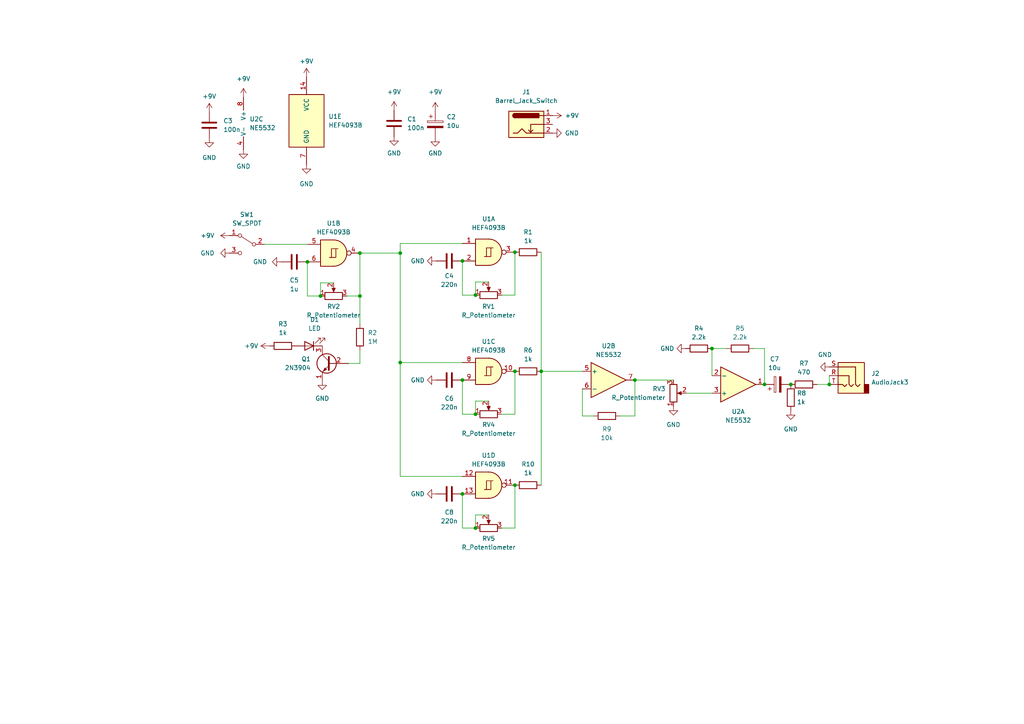
<source format=kicad_sch>
(kicad_sch (version 20211123) (generator eeschema)
  (paper "A4")
  (lib_symbols
    (symbol "4xxx:HEF4093B" (pin_names (offset 1.016))
      (property "Reference" "U" (at 0 1.27 0))
      (property "Value" "HEF4093B" (at 0 -1.27 0))
      (symbol "HEF4093B_1_0"
        (polyline (pts (xy -0.635 -1.27) (xy -0.635 1.27) (xy 0.635 1.27)))
        (polyline (pts (xy -0.635 -1.27) (xy -0.635 1.27) (xy 0.635 1.27)))
        (polyline (pts (xy -1.27 -1.27) (xy 0.635 -1.27) (xy 0.635 1.27) (xy 1.27 1.27)))
        (polyline (pts (xy -1.27 -1.27) (xy 0.635 -1.27) (xy 0.635 1.27) (xy 1.27 1.27)))
      )
      (symbol "HEF4093B_1_1"
        (arc (start 0 -3.81) (mid 3.81 0) (end 0 3.81) (stroke (width 0.254)) (fill (type background)))
        (polyline (pts (xy 0 3.81) (xy -3.81 3.81) (xy -3.81 -3.81) (xy 0 -3.81)) (stroke (width 0.254)) (fill (type background)))
        (pin input line (at -7.62 2.54 0) (length 3.81) (name "~") (number "1"))
        (pin input line (at -7.62 -2.54 0) (length 3.81) (name "~") (number "2"))
        (pin output inverted (at 7.62 0 180) (length 3.81) (name "~") (number "3"))
      )
      (symbol "HEF4093B_1_2"
        (arc (start -3.81 -3.81) (mid -2.589 0) (end -3.81 3.81) (stroke (width 0.254)))
        (arc (start -0.6096 -3.81) (mid 2.1855 -2.584) (end 3.81 0) (stroke (width 0.254)) (fill (type background)))
        (polyline (pts (xy -3.81 -3.81) (xy -0.635 -3.81)) (stroke (width 0.254)) (fill (type background)))
        (polyline (pts (xy -3.81 3.81) (xy -0.635 3.81)) (stroke (width 0.254)) (fill (type background)))
        (polyline (pts (xy -0.635 3.81) (xy -3.81 3.81) (xy -3.81 3.81) (xy -3.556 3.4036) (xy -3.0226 2.2606) (xy -2.6924 1.0414) (xy -2.6162 -0.254) (xy -2.7686 -1.4986) (xy -3.175 -2.7178) (xy -3.81 -3.81) (xy -3.81 -3.81) (xy -0.635 -3.81)) (stroke (width -25.4)) (fill (type background)))
        (arc (start 3.81 0) (mid 2.1928 2.5925) (end -0.6096 3.81) (stroke (width 0.254)) (fill (type background)))
        (pin input inverted (at -7.62 2.54 0) (length 4.318) (name "~") (number "1"))
        (pin input inverted (at -7.62 -2.54 0) (length 4.318) (name "~") (number "2"))
        (pin output line (at 7.62 0 180) (length 3.81) (name "~") (number "3"))
      )
      (symbol "HEF4093B_2_0"
        (polyline (pts (xy -0.635 -1.27) (xy -0.635 1.27) (xy 0.635 1.27)))
        (polyline (pts (xy -0.635 -1.27) (xy -0.635 1.27) (xy 0.635 1.27)))
        (polyline (pts (xy -1.27 -1.27) (xy 0.635 -1.27) (xy 0.635 1.27) (xy 1.27 1.27)))
        (polyline (pts (xy -1.27 -1.27) (xy 0.635 -1.27) (xy 0.635 1.27) (xy 1.27 1.27)))
      )
      (symbol "HEF4093B_2_1"
        (arc (start 0 -3.81) (mid 3.81 0) (end 0 3.81) (stroke (width 0.254)) (fill (type background)))
        (polyline (pts (xy 0 3.81) (xy -3.81 3.81) (xy -3.81 -3.81) (xy 0 -3.81)) (stroke (width 0.254)) (fill (type background)))
        (pin output inverted (at 7.62 0 180) (length 3.81) (name "~") (number "4"))
        (pin input line (at -7.62 2.54 0) (length 3.81) (name "~") (number "5"))
        (pin input line (at -7.62 -2.54 0) (length 3.81) (name "~") (number "6"))
      )
      (symbol "HEF4093B_2_2"
        (arc (start -3.81 -3.81) (mid -2.589 0) (end -3.81 3.81) (stroke (width 0.254)))
        (arc (start -0.6096 -3.81) (mid 2.1855 -2.584) (end 3.81 0) (stroke (width 0.254)) (fill (type background)))
        (polyline (pts (xy -3.81 -3.81) (xy -0.635 -3.81)) (stroke (width 0.254)) (fill (type background)))
        (polyline (pts (xy -3.81 3.81) (xy -0.635 3.81)) (stroke (width 0.254)) (fill (type background)))
        (polyline (pts (xy -0.635 3.81) (xy -3.81 3.81) (xy -3.81 3.81) (xy -3.556 3.4036) (xy -3.0226 2.2606) (xy -2.6924 1.0414) (xy -2.6162 -0.254) (xy -2.7686 -1.4986) (xy -3.175 -2.7178) (xy -3.81 -3.81) (xy -3.81 -3.81) (xy -0.635 -3.81)) (stroke (width -25.4)) (fill (type background)))
        (arc (start 3.81 0) (mid 2.1928 2.5925) (end -0.6096 3.81) (stroke (width 0.254)) (fill (type background)))
        (pin output line (at 7.62 0 180) (length 3.81) (name "~") (number "4"))
        (pin input inverted (at -7.62 2.54 0) (length 4.318) (name "~") (number "5"))
        (pin input inverted (at -7.62 -2.54 0) (length 4.318) (name "~") (number "6"))
      )
      (symbol "HEF4093B_3_0"
        (polyline (pts (xy -0.635 -1.27) (xy -0.635 1.27) (xy 0.635 1.27)))
        (polyline (pts (xy -0.635 -1.27) (xy -0.635 1.27) (xy 0.635 1.27)))
        (polyline (pts (xy -1.27 -1.27) (xy 0.635 -1.27) (xy 0.635 1.27) (xy 1.27 1.27)))
        (polyline (pts (xy -1.27 -1.27) (xy 0.635 -1.27) (xy 0.635 1.27) (xy 1.27 1.27)))
      )
      (symbol "HEF4093B_3_1"
        (arc (start 0 -3.81) (mid 3.81 0) (end 0 3.81) (stroke (width 0.254)) (fill (type background)))
        (polyline (pts (xy 0 3.81) (xy -3.81 3.81) (xy -3.81 -3.81) (xy 0 -3.81)) (stroke (width 0.254)) (fill (type background)))
        (pin output inverted (at 7.62 0 180) (length 3.81) (name "~") (number "10"))
        (pin input line (at -7.62 2.54 0) (length 3.81) (name "~") (number "8"))
        (pin input line (at -7.62 -2.54 0) (length 3.81) (name "~") (number "9"))
      )
      (symbol "HEF4093B_3_2"
        (arc (start -3.81 -3.81) (mid -2.589 0) (end -3.81 3.81) (stroke (width 0.254)))
        (arc (start -0.6096 -3.81) (mid 2.1855 -2.584) (end 3.81 0) (stroke (width 0.254)) (fill (type background)))
        (polyline (pts (xy -3.81 -3.81) (xy -0.635 -3.81)) (stroke (width 0.254)) (fill (type background)))
        (polyline (pts (xy -3.81 3.81) (xy -0.635 3.81)) (stroke (width 0.254)) (fill (type background)))
        (polyline (pts (xy -0.635 3.81) (xy -3.81 3.81) (xy -3.81 3.81) (xy -3.556 3.4036) (xy -3.0226 2.2606) (xy -2.6924 1.0414) (xy -2.6162 -0.254) (xy -2.7686 -1.4986) (xy -3.175 -2.7178) (xy -3.81 -3.81) (xy -3.81 -3.81) (xy -0.635 -3.81)) (stroke (width -25.4)) (fill (type background)))
        (arc (start 3.81 0) (mid 2.1928 2.5925) (end -0.6096 3.81) (stroke (width 0.254)) (fill (type background)))
        (pin output line (at 7.62 0 180) (length 3.81) (name "~") (number "10"))
        (pin input inverted (at -7.62 2.54 0) (length 4.318) (name "~") (number "8"))
        (pin input inverted (at -7.62 -2.54 0) (length 4.318) (name "~") (number "9"))
      )
      (symbol "HEF4093B_4_0"
        (polyline (pts (xy -0.635 -1.27) (xy -0.635 1.27) (xy 0.635 1.27)))
        (polyline (pts (xy -0.635 -1.27) (xy -0.635 1.27) (xy 0.635 1.27)))
        (polyline (pts (xy -1.27 -1.27) (xy 0.635 -1.27) (xy 0.635 1.27) (xy 1.27 1.27)))
        (polyline (pts (xy -1.27 -1.27) (xy 0.635 -1.27) (xy 0.635 1.27) (xy 1.27 1.27)))
      )
      (symbol "HEF4093B_4_1"
        (arc (start 0 -3.81) (mid 3.81 0) (end 0 3.81) (stroke (width 0.254)) (fill (type background)))
        (polyline (pts (xy 0 3.81) (xy -3.81 3.81) (xy -3.81 -3.81) (xy 0 -3.81)) (stroke (width 0.254)) (fill (type background)))
        (pin output inverted (at 7.62 0 180) (length 3.81) (name "~") (number "11"))
        (pin input line (at -7.62 2.54 0) (length 3.81) (name "~") (number "12"))
        (pin input line (at -7.62 -2.54 0) (length 3.81) (name "~") (number "13"))
      )
      (symbol "HEF4093B_4_2"
        (arc (start -3.81 -3.81) (mid -2.589 0) (end -3.81 3.81) (stroke (width 0.254)))
        (arc (start -0.6096 -3.81) (mid 2.1855 -2.584) (end 3.81 0) (stroke (width 0.254)) (fill (type background)))
        (polyline (pts (xy -3.81 -3.81) (xy -0.635 -3.81)) (stroke (width 0.254)) (fill (type background)))
        (polyline (pts (xy -3.81 3.81) (xy -0.635 3.81)) (stroke (width 0.254)) (fill (type background)))
        (polyline (pts (xy -0.635 3.81) (xy -3.81 3.81) (xy -3.81 3.81) (xy -3.556 3.4036) (xy -3.0226 2.2606) (xy -2.6924 1.0414) (xy -2.6162 -0.254) (xy -2.7686 -1.4986) (xy -3.175 -2.7178) (xy -3.81 -3.81) (xy -3.81 -3.81) (xy -0.635 -3.81)) (stroke (width -25.4)) (fill (type background)))
        (arc (start 3.81 0) (mid 2.1928 2.5925) (end -0.6096 3.81) (stroke (width 0.254)) (fill (type background)))
        (pin output line (at 7.62 0 180) (length 3.81) (name "~") (number "11"))
        (pin input inverted (at -7.62 2.54 0) (length 4.318) (name "~") (number "12"))
        (pin input inverted (at -7.62 -2.54 0) (length 4.318) (name "~") (number "13"))
      )
      (symbol "HEF4093B_5_0"
        (pin power_in line (at 0 12.7 270) (length 5.08) (name "VCC") (number "14"))
        (pin power_in line (at 0 -12.7 90) (length 5.08) (name "GND") (number "7"))
      )
      (symbol "HEF4093B_5_1"
        (rectangle (start -5.08 7.62) (end 5.08 -7.62) (stroke (width 0.254)) (fill (type background)))
      )
    )
    (symbol "Amplifier_Operational:NE5532" (pin_names (offset 0.127))
      (property "Reference" "U" (at 0 5.08 0))
      (property "Value" "NE5532" (at 0 -5.08 0))
      (symbol "NE5532_1_1"
        (polyline (pts (xy -5.08 5.08) (xy 5.08 0) (xy -5.08 -5.08) (xy -5.08 5.08)) (stroke (width 0.254)) (fill (type background)))
        (pin output line (at 7.62 0 180) (length 2.54) (name "~") (number "1"))
        (pin input line (at -7.62 -2.54 0) (length 2.54) (name "-") (number "2"))
        (pin input line (at -7.62 2.54 0) (length 2.54) (name "+") (number "3"))
      )
      (symbol "NE5532_2_1"
        (polyline (pts (xy -5.08 5.08) (xy 5.08 0) (xy -5.08 -5.08) (xy -5.08 5.08)) (stroke (width 0.254)) (fill (type background)))
        (pin input line (at -7.62 2.54 0) (length 2.54) (name "+") (number "5"))
        (pin input line (at -7.62 -2.54 0) (length 2.54) (name "-") (number "6"))
        (pin output line (at 7.62 0 180) (length 2.54) (name "~") (number "7"))
      )
      (symbol "NE5532_3_1"
        (pin power_in line (at -2.54 -7.62 90) (length 3.81) (name "V-") (number "4"))
        (pin power_in line (at -2.54 7.62 270) (length 3.81) (name "V+") (number "8"))
      )
    )
    (symbol "Connector:AudioJack3"
      (property "Reference" "J" (at 0 8.89 0))
      (property "Value" "AudioJack3" (at 0 6.35 0))
      (symbol "AudioJack3_0_1"
        (rectangle (start -5.08 -5.08) (end -6.35 -2.54) (stroke (width 0.254)) (fill (type outline)))
        (polyline (pts (xy 0 -2.54) (xy 0.635 -3.175) (xy 1.27 -2.54) (xy 2.54 -2.54)) (stroke (width 0.254)))
        (polyline (pts (xy -1.905 -2.54) (xy -1.27 -3.175) (xy -0.635 -2.54) (xy -0.635 0) (xy 2.54 0)) (stroke (width 0.254)))
        (polyline (pts (xy 2.54 2.54) (xy -2.54 2.54) (xy -2.54 -2.54) (xy -3.175 -3.175) (xy -3.81 -2.54)) (stroke (width 0.254)))
        (rectangle (start 2.54 3.81) (end -5.08 -5.08) (stroke (width 0.254)) (fill (type background)))
      )
      (symbol "AudioJack3_1_1"
        (pin passive line (at 5.08 0 180) (length 2.54) (name "~") (number "R"))
        (pin passive line (at 5.08 2.54 180) (length 2.54) (name "~") (number "S"))
        (pin passive line (at 5.08 -2.54 180) (length 2.54) (name "~") (number "T"))
      )
    )
    (symbol "Connector:Barrel_Jack_Switch" (pin_names hide)
      (property "Reference" "J" (at 0 5.334 0))
      (property "Value" "Barrel_Jack_Switch" (at 0 -5.08 0))
      (symbol "Barrel_Jack_Switch_0_1"
        (rectangle (start -5.08 3.81) (end 5.08 -3.81) (stroke (width 0.254)) (fill (type background)))
        (arc (start -3.302 3.175) (mid -3.937 2.54) (end -3.302 1.905) (stroke (width 0.254)))
        (arc (start -3.302 3.175) (mid -3.937 2.54) (end -3.302 1.905) (stroke (width 0.254)) (fill (type outline)))
        (polyline (pts (xy 1.27 -2.286) (xy 1.905 -1.651)) (stroke (width 0.254)))
        (polyline (pts (xy 5.08 2.54) (xy 3.81 2.54)) (stroke (width 0.254)))
        (polyline (pts (xy 5.08 0) (xy 1.27 0) (xy 1.27 -2.286) (xy 0.635 -1.651)) (stroke (width 0.254)))
        (polyline (pts (xy -3.81 -2.54) (xy -2.54 -2.54) (xy -1.27 -1.27) (xy 0 -2.54) (xy 2.54 -2.54) (xy 5.08 -2.54)) (stroke (width 0.254)))
        (rectangle (start 3.683 3.175) (end -3.302 1.905) (stroke (width 0.254)) (fill (type outline)))
      )
      (symbol "Barrel_Jack_Switch_1_1"
        (pin passive line (at 7.62 2.54 180) (length 2.54) (name "~") (number "1"))
        (pin passive line (at 7.62 -2.54 180) (length 2.54) (name "~") (number "2"))
        (pin passive line (at 7.62 0 180) (length 2.54) (name "~") (number "3"))
      )
    )
    (symbol "Device:C" (pin_numbers hide) (pin_names (offset 0.254))
      (property "Reference" "C" (at 0.635 2.54 0))
      (property "Value" "C" (at 0.635 -2.54 0))
      (symbol "C_0_1"
        (polyline (pts (xy -2.032 -0.762) (xy 2.032 -0.762)) (stroke (width 0.508)))
        (polyline (pts (xy -2.032 0.762) (xy 2.032 0.762)) (stroke (width 0.508)))
      )
      (symbol "C_1_1"
        (pin passive line (at 0 3.81 270) (length 2.794) (name "~") (number "1"))
        (pin passive line (at 0 -3.81 90) (length 2.794) (name "~") (number "2"))
      )
    )
    (symbol "Device:C_Polarized" (pin_numbers hide) (pin_names (offset 0.254))
      (property "Reference" "C" (at 0.635 2.54 0))
      (property "Value" "C_Polarized" (at 0.635 -2.54 0))
      (symbol "C_Polarized_0_1"
        (rectangle (start -2.286 0.508) (end 2.286 1.016))
        (polyline (pts (xy -1.778 2.286) (xy -0.762 2.286)))
        (polyline (pts (xy -1.27 2.794) (xy -1.27 1.778)))
        (rectangle (start 2.286 -0.508) (end -2.286 -1.016) (fill (type outline)))
      )
      (symbol "C_Polarized_1_1"
        (pin passive line (at 0 3.81 270) (length 2.794) (name "~") (number "1"))
        (pin passive line (at 0 -3.81 90) (length 2.794) (name "~") (number "2"))
      )
    )
    (symbol "Device:LED" (pin_numbers hide) (pin_names (offset 1.016) hide)
      (property "Reference" "D" (at 0 2.54 0))
      (property "Value" "LED" (at 0 -2.54 0))
      (symbol "LED_0_1"
        (polyline (pts (xy -1.27 -1.27) (xy -1.27 1.27)) (stroke (width 0.254)))
        (polyline (pts (xy -1.27 0) (xy 1.27 0)))
        (polyline (pts (xy 1.27 -1.27) (xy 1.27 1.27) (xy -1.27 0) (xy 1.27 -1.27)) (stroke (width 0.254)))
        (polyline (pts (xy -3.048 -0.762) (xy -4.572 -2.286) (xy -3.81 -2.286) (xy -4.572 -2.286) (xy -4.572 -1.524)))
        (polyline (pts (xy -1.778 -0.762) (xy -3.302 -2.286) (xy -2.54 -2.286) (xy -3.302 -2.286) (xy -3.302 -1.524)))
      )
      (symbol "LED_1_1"
        (pin passive line (at -3.81 0 0) (length 2.54) (name "K") (number "1"))
        (pin passive line (at 3.81 0 180) (length 2.54) (name "A") (number "2"))
      )
    )
    (symbol "Device:R" (pin_numbers hide) (pin_names (offset 0))
      (property "Reference" "R" (at 2.032 0 90))
      (property "Value" "R" (at 0 0 90))
      (symbol "R_0_1"
        (rectangle (start -1.016 -2.54) (end 1.016 2.54) (stroke (width 0.254)))
      )
      (symbol "R_1_1"
        (pin passive line (at 0 3.81 270) (length 1.27) (name "~") (number "1"))
        (pin passive line (at 0 -3.81 90) (length 1.27) (name "~") (number "2"))
      )
    )
    (symbol "Device:R_Potentiometer" (pin_names (offset 1.016) hide)
      (property "Reference" "RV" (at -4.445 0 90))
      (property "Value" "R_Potentiometer" (at -2.54 0 90))
      (symbol "R_Potentiometer_0_1"
        (polyline (pts (xy 2.54 0) (xy 1.524 0)))
        (polyline (pts (xy 1.143 0) (xy 2.286 0.508) (xy 2.286 -0.508) (xy 1.143 0)) (fill (type outline)))
        (rectangle (start 1.016 2.54) (end -1.016 -2.54) (stroke (width 0.254)))
      )
      (symbol "R_Potentiometer_1_1"
        (pin passive line (at 0 3.81 270) (length 1.27) (name "1") (number "1"))
        (pin passive line (at 3.81 0 180) (length 1.27) (name "2") (number "2"))
        (pin passive line (at 0 -3.81 90) (length 1.27) (name "3") (number "3"))
      )
    )
    (symbol "Switch:SW_SPDT" (pin_names (offset 0) hide)
      (property "Reference" "SW" (at 0 4.318 0))
      (property "Value" "SW_SPDT" (at 0 -5.08 0))
      (symbol "SW_SPDT_0_0"
        (circle (center -2.032 0) (radius 0.508))
        (circle (center 2.032 -2.54) (radius 0.508))
      )
      (symbol "SW_SPDT_0_1"
        (polyline (pts (xy -1.524 0.254) (xy 1.651 2.286)))
        (circle (center 2.032 2.54) (radius 0.508))
      )
      (symbol "SW_SPDT_1_1"
        (pin passive line (at 5.08 2.54 180) (length 2.54) (name "A") (number "1"))
        (pin passive line (at -5.08 0 0) (length 2.54) (name "B") (number "2"))
        (pin passive line (at 5.08 -2.54 180) (length 2.54) (name "C") (number "3"))
      )
    )
    (symbol "Transistor_BJT:2N3904" (pin_names (offset 0) hide)
      (property "Reference" "Q" (at 5.08 1.905 0))
      (property "Value" "2N3904" (at 5.08 0 0))
      (symbol "2N3904_0_1"
        (polyline (pts (xy 0.635 0.635) (xy 2.54 2.54)))
        (polyline (pts (xy 0.635 -0.635) (xy 2.54 -2.54) (xy 2.54 -2.54)))
        (polyline (pts (xy 0.635 1.905) (xy 0.635 -1.905) (xy 0.635 -1.905)) (stroke (width 0.508)))
        (polyline (pts (xy 1.27 -1.778) (xy 1.778 -1.27) (xy 2.286 -2.286) (xy 1.27 -1.778) (xy 1.27 -1.778)) (fill (type outline)))
        (circle (center 1.27 0) (radius 2.8194) (stroke (width 0.254)))
      )
      (symbol "2N3904_1_1"
        (pin passive line (at 2.54 -5.08 90) (length 2.54) (name "E") (number "1"))
        (pin passive line (at -5.08 0 0) (length 5.715) (name "B") (number "2"))
        (pin passive line (at 2.54 5.08 270) (length 2.54) (name "C") (number "3"))
      )
    )
    (symbol "power:+9V" (power) (pin_names (offset 0))
      (property "Value" "+9V" (at 0 3.556 0))
      (symbol "+9V_0_1"
        (polyline (pts (xy -0.762 1.27) (xy 0 2.54)))
        (polyline (pts (xy 0 0) (xy 0 2.54)))
        (polyline (pts (xy 0 2.54) (xy 0.762 1.27)))
      )
      (symbol "+9V_1_1"
        (pin power_in line (at 0 0 90) (length 0) hide (name "+9V") (number "1"))
      )
    )
    (symbol "power:GND" (power) (pin_names (offset 0))
      (property "Value" "GND" (at 0 -3.81 0))
      (symbol "GND_0_1"
        (polyline (pts (xy 0 0) (xy 0 -1.27) (xy 1.27 -1.27) (xy 0 -2.54) (xy -1.27 -1.27) (xy 0 -1.27)))
      )
      (symbol "GND_1_1"
        (pin power_in line (at 0 0 270) (length 0) hide (name "GND") (number "1"))
      )
    )
  )
  (junction (at 149.352 140.716))
  (junction (at 184.15 110.236))
  (junction (at 134.112 110.236))
  (junction (at 104.394 73.406))
  (junction (at 240.538 111.506))
  (junction (at 92.964 85.852))
  (junction (at 116.078 105.156))
  (junction (at 137.922 120.142))
  (junction (at 206.502 101.092))
  (junction (at 229.362 111.506))
  (junction (at 134.112 143.256))
  (junction (at 149.352 73.152))
  (junction (at 156.972 107.696))
  (junction (at 149.352 107.696))
  (junction (at 137.922 153.162))
  (junction (at 134.112 75.692))
  (junction (at 116.078 73.406))
  (junction (at 221.742 111.506))
  (junction (at 104.394 85.852))
  (junction (at 137.922 85.598))
  (junction (at 89.154 75.946))
  (wire (pts (xy 104.394 101.6) (xy 104.394 105.41)))
  (wire (pts (xy 104.394 105.41) (xy 101.092 105.41)))
  (wire (pts (xy 100.584 85.852) (xy 104.394 85.852)))
  (wire (pts (xy 104.394 85.852) (xy 104.394 73.406)))
  (wire (pts (xy 206.502 101.092) (xy 206.502 108.966)))
  (wire (pts (xy 184.15 120.65) (xy 184.15 110.236)))
  (wire (pts (xy 137.922 153.162) (xy 134.112 153.162)))
  (wire (pts (xy 218.44 101.092) (xy 221.742 101.092)))
  (wire (pts (xy 134.112 153.162) (xy 134.112 143.256)))
  (wire (pts (xy 104.394 85.852) (xy 104.394 93.98)))
  (wire (pts (xy 210.82 101.092) (xy 206.502 101.092)))
  (wire (pts (xy 145.542 120.142) (xy 149.352 120.142)))
  (wire (pts (xy 92.964 82.042) (xy 92.964 85.852)))
  (wire (pts (xy 96.774 82.042) (xy 92.964 82.042)))
  (wire (pts (xy 116.078 70.612) (xy 116.078 73.406)))
  (wire (pts (xy 116.078 73.406) (xy 104.394 73.406)))
  (wire (pts (xy 134.112 70.612) (xy 116.078 70.612)))
  (wire (pts (xy 145.542 153.162) (xy 149.352 153.162)))
  (wire (pts (xy 168.91 120.65) (xy 172.212 120.65)))
  (wire (pts (xy 145.542 85.598) (xy 149.352 85.598)))
  (wire (pts (xy 179.832 120.65) (xy 184.15 120.65)))
  (wire (pts (xy 116.078 105.156) (xy 116.078 138.176)))
  (wire (pts (xy 137.922 85.598) (xy 134.112 85.598)))
  (wire (pts (xy 199.136 114.046) (xy 206.502 114.046)))
  (wire (pts (xy 141.732 149.352) (xy 137.922 149.352)))
  (wire (pts (xy 149.352 153.162) (xy 149.352 140.716)))
  (wire (pts (xy 137.922 116.332) (xy 137.922 120.142)))
  (wire (pts (xy 137.922 120.142) (xy 134.112 120.142)))
  (wire (pts (xy 221.742 101.092) (xy 221.742 111.506)))
  (wire (pts (xy 236.982 111.506) (xy 240.538 111.506)))
  (wire (pts (xy 168.91 112.776) (xy 168.91 120.65)))
  (wire (pts (xy 184.15 110.236) (xy 195.326 110.236)))
  (wire (pts (xy 141.732 116.332) (xy 137.922 116.332)))
  (wire (pts (xy 134.112 85.598) (xy 134.112 75.692)))
  (wire (pts (xy 156.972 107.696) (xy 168.91 107.696)))
  (wire (pts (xy 141.732 81.788) (xy 137.922 81.788)))
  (wire (pts (xy 149.352 120.142) (xy 149.352 107.696)))
  (wire (pts (xy 134.112 105.156) (xy 116.078 105.156)))
  (wire (pts (xy 149.352 85.598) (xy 149.352 73.152)))
  (wire (pts (xy 137.922 149.352) (xy 137.922 153.162)))
  (wire (pts (xy 116.078 73.406) (xy 116.078 105.156)))
  (wire (pts (xy 134.112 138.176) (xy 116.078 138.176)))
  (wire (pts (xy 240.538 108.966) (xy 240.538 111.506)))
  (wire (pts (xy 76.708 70.866) (xy 89.154 70.866)))
  (wire (pts (xy 137.922 81.788) (xy 137.922 85.598)))
  (wire (pts (xy 134.112 120.142) (xy 134.112 110.236)))
  (wire (pts (xy 156.972 73.152) (xy 156.972 107.696)))
  (wire (pts (xy 156.972 107.696) (xy 156.972 140.716)))
  (wire (pts (xy 89.154 85.852) (xy 89.154 75.946)))
  (wire (pts (xy 92.964 85.852) (xy 89.154 85.852)))
  (symbol (lib_id "power:+9V") (at 70.612 28.194 0) (unit 1)
    (property "Reference" "#PWR02" (effects hide))
    (property "Value" "+9V" (at 70.612 22.86 0))
  )
  (symbol (lib_id "4xxx:HEF4093B") (at 88.9 35.052 0) (unit 5)
    (property "Reference" "U1" (at 95.25 33.7819 0) (effects (justify left)))
    (property "Value" "HEF4093B" (at 95.25 36.3219 0) (effects (justify left)))
    (property "Footprint" "Package_DIP:DIP-14_W7.62mm" (effects hide))
    (property "Datasheet" "https://assets.nexperia.com/documents/data-sheet/HEF4093B.pdf" (effects hide))
  )
  (symbol (lib_id "Device:R_Potentiometer") (at 141.732 85.598 90) (unit 1)
    (property "Reference" "RV1" (at 141.732 88.9 90))
    (property "Value" "R_Potentiometer" (at 141.732 91.44 90))
    (property "Footprint" "Potentiometer_THT:Potentiometer_Alpha_RD901F-40-00D_Single_Vertical" (effects hide))
  )
  (symbol (lib_id "power:+9V") (at 114.3 32.004 0) (unit 1)
    (property "Reference" "#PWR03" (effects hide))
    (property "Value" "+9V" (at 114.3 26.67 0))
  )
  (symbol (lib_id "Device:C") (at 60.706 36.322 0) (unit 1)
    (property "Reference" "C3" (at 64.77 35.0519 0) (effects (justify left)))
    (property "Value" "100n" (at 64.77 37.5919 0) (effects (justify left)))
    (property "Footprint" "Capacitor_THT:C_Disc_D4.3mm_W1.9mm_P5.00mm" (effects hide))
  )
  (symbol (lib_id "power:GND") (at 88.9 47.752 0) (unit 1)
    (property "Reference" "#PWR012" (effects hide))
    (property "Value" "GND" (at 88.9 53.34 0))
  )
  (symbol (lib_id "Device:R_Potentiometer") (at 141.732 153.162 90) (unit 1)
    (property "Reference" "RV5" (at 141.732 156.21 90))
    (property "Value" "R_Potentiometer" (at 141.732 158.75 90))
    (property "Footprint" "Potentiometer_THT:Potentiometer_Alpha_RD901F-40-00D_Single_Vertical" (effects hide))
  )
  (symbol (lib_id "Device:C") (at 130.302 75.692 270) (unit 1)
    (property "Reference" "C4" (at 130.302 80.01 90))
    (property "Value" "220n" (at 130.302 82.55 90))
    (property "Footprint" "Capacitor_THT:C_Rect_L7.0mm_W3.5mm_P5.00mm" (effects hide))
  )
  (symbol (lib_id "power:GND") (at 240.538 106.426 270) (unit 1)
    (property "Reference" "#PWR019" (effects hide))
    (property "Value" "GND" (at 239.268 102.87 90))
  )
  (symbol (lib_id "power:GND") (at 81.534 75.946 270) (unit 1)
    (property "Reference" "#PWR016" (effects hide))
    (property "Value" "GND" (at 77.47 75.9459 90) (effects (justify right)))
  )
  (symbol (lib_id "Device:R") (at 229.362 115.316 180) (unit 1)
    (property "Reference" "R8" (at 231.14 114.0459 0) (effects (justify right)))
    (property "Value" "1k" (at 231.14 116.5859 0) (effects (justify right)))
    (property "Footprint" "Resistor_THT:R_Axial_DIN0207_L6.3mm_D2.5mm_P7.62mm_Horizontal" (effects hide))
  )
  (symbol (lib_id "power:+9V") (at 78.232 100.33 90) (unit 1)
    (property "Reference" "#PWR017" (effects hide))
    (property "Value" "+9V" (at 74.93 100.3299 90) (effects (justify left)))
  )
  (symbol (lib_id "power:GND") (at 66.548 73.406 270) (unit 1)
    (property "Reference" "#PWR014" (effects hide))
    (property "Value" "GND" (at 62.23 73.4059 90) (effects (justify right)))
  )
  (symbol (lib_id "4xxx:HEF4093B") (at 141.732 107.696 0) (unit 3)
    (property "Reference" "U1" (at 141.732 99.06 0))
    (property "Value" "HEF4093B" (at 141.732 101.6 0))
    (property "Footprint" "Package_DIP:DIP-14_W7.62mm" (effects hide))
    (property "Datasheet" "https://assets.nexperia.com/documents/data-sheet/HEF4093B.pdf" (effects hide))
  )
  (symbol (lib_id "Amplifier_Operational:NE5532") (at 73.152 35.814 0) (unit 3)
    (property "Reference" "U2" (at 72.39 34.5439 0) (effects (justify left)))
    (property "Value" "NE5532" (at 72.39 37.0839 0) (effects (justify left)))
    (property "Footprint" "Package_DIP:DIP-8_W7.62mm" (effects hide))
    (property "Datasheet" "http://www.ti.com/lit/ds/symlink/ne5532.pdf" (effects hide))
  )
  (symbol (lib_id "Device:LED") (at 89.662 100.33 180) (unit 1)
    (property "Reference" "D1" (at 91.2495 92.71 0))
    (property "Value" "LED" (at 91.2495 95.25 0))
    (property "Footprint" "LED_THT:LED_D3.0mm" (effects hide))
  )
  (symbol (lib_id "Device:C") (at 114.3 35.814 0) (unit 1)
    (property "Reference" "C1" (at 118.11 34.5439 0) (effects (justify left)))
    (property "Value" "100n" (at 118.11 37.0839 0) (effects (justify left)))
    (property "Footprint" "Capacitor_THT:C_Disc_D4.3mm_W1.9mm_P5.00mm" (effects hide))
  )
  (symbol (lib_id "4xxx:HEF4093B") (at 141.732 140.716 0) (unit 4)
    (property "Reference" "U1" (at 141.732 132.08 0))
    (property "Value" "HEF4093B" (at 141.732 134.62 0))
    (property "Footprint" "Package_DIP:DIP-14_W7.62mm" (effects hide))
    (property "Datasheet" "https://assets.nexperia.com/documents/data-sheet/HEF4093B.pdf" (effects hide))
  )
  (symbol (lib_id "Connector:Barrel_Jack_Switch") (at 152.654 36.068 0) (unit 1)
    (property "Reference" "J1" (at 152.654 26.67 0))
    (property "Value" "Barrel_Jack_Switch" (at 152.654 29.21 0))
    (property "Footprint" "Pale Slim Ghost:CUI_PJ-202A" (effects hide))
  )
  (symbol (lib_id "Amplifier_Operational:NE5532") (at 176.53 110.236 0) (unit 2)
    (property "Reference" "U2" (at 176.53 100.33 0))
    (property "Value" "NE5532" (at 176.53 102.87 0))
    (property "Footprint" "Package_DIP:DIP-8_W7.62mm" (effects hide))
    (property "Datasheet" "http://www.ti.com/lit/ds/symlink/ne5532.pdf" (effects hide))
  )
  (symbol (lib_id "Device:C") (at 130.302 143.256 270) (unit 1)
    (property "Reference" "C8" (at 130.302 148.59 90))
    (property "Value" "220n" (at 130.302 151.13 90))
    (property "Footprint" "Capacitor_THT:C_Rect_L7.0mm_W3.5mm_P5.00mm" (effects hide))
  )
  (symbol (lib_id "Device:C_Polarized") (at 225.552 111.506 90) (unit 1)
    (property "Reference" "C7" (at 224.663 104.14 90))
    (property "Value" "10u" (at 224.663 106.68 90))
    (property "Footprint" "Capacitor_THT:CP_Radial_D5.0mm_P2.50mm" (effects hide))
  )
  (symbol (lib_id "power:GND") (at 70.612 43.434 0) (unit 1)
    (property "Reference" "#PWR011" (effects hide))
    (property "Value" "GND" (at 70.612 48.26 0))
  )
  (symbol (lib_id "power:+9V") (at 60.706 32.512 0) (unit 1)
    (property "Reference" "#PWR05" (effects hide))
    (property "Value" "+9V" (at 60.706 27.94 0))
  )
  (symbol (lib_id "power:+9V") (at 160.274 33.528 270) (unit 1)
    (property "Reference" "#PWR06" (effects hide))
    (property "Value" "+9V" (at 163.83 33.5279 90) (effects (justify left)))
  )
  (symbol (lib_id "Device:C") (at 85.344 75.946 270) (unit 1)
    (property "Reference" "C5" (at 85.344 81.28 90))
    (property "Value" "1u" (at 85.344 83.82 90))
    (property "Footprint" "Capacitor_THT:C_Rect_L7.0mm_W6.5mm_P5.00mm" (effects hide))
  )
  (symbol (lib_id "Device:R") (at 233.172 111.506 270) (unit 1)
    (property "Reference" "R7" (at 233.172 105.41 90))
    (property "Value" "470" (at 233.172 107.95 90))
    (property "Footprint" "Resistor_THT:R_Axial_DIN0207_L6.3mm_D2.5mm_P7.62mm_Horizontal" (effects hide))
  )
  (symbol (lib_id "Device:R_Potentiometer") (at 141.732 120.142 90) (unit 1)
    (property "Reference" "RV4" (at 141.732 123.19 90))
    (property "Value" "R_Potentiometer" (at 141.732 125.73 90))
    (property "Footprint" "Potentiometer_THT:Potentiometer_Alpha_RD901F-40-00D_Single_Vertical" (effects hide))
  )
  (symbol (lib_id "Transistor_BJT:2N3904") (at 96.012 105.41 0) (mirror y) (unit 1)
    (property "Reference" "Q1" (at 90.17 104.1399 0) (effects (justify left)))
    (property "Value" "2N3904" (at 90.17 106.6799 0) (effects (justify left)))
    (property "Footprint" "Package_TO_SOT_THT:TO-92_Inline_Wide" (effects hide))
    (property "Datasheet" "https://www.onsemi.com/pub/Collateral/2N3903-D.PDF" (effects hide))
  )
  (symbol (lib_id "power:+9V") (at 126.238 32.258 0) (unit 1)
    (property "Reference" "#PWR04" (effects hide))
    (property "Value" "+9V" (at 126.238 26.67 0))
  )
  (symbol (lib_id "power:GND") (at 93.472 110.49 0) (unit 1)
    (property "Reference" "#PWR021" (effects hide))
    (property "Value" "GND" (at 93.472 115.57 0))
  )
  (symbol (lib_id "Device:R") (at 214.63 101.092 90) (unit 1)
    (property "Reference" "R5" (at 214.63 95.25 90))
    (property "Value" "2.2k" (at 214.63 97.79 90))
    (property "Footprint" "Resistor_THT:R_Axial_DIN0207_L6.3mm_D2.5mm_P7.62mm_Horizontal" (effects hide))
  )
  (symbol (lib_id "power:+9V") (at 66.548 68.326 90) (unit 1)
    (property "Reference" "#PWR013" (effects hide))
    (property "Value" "+9V" (at 62.23 68.3259 90) (effects (justify left)))
  )
  (symbol (lib_id "Device:R") (at 104.394 97.79 180) (unit 1)
    (property "Reference" "R2" (at 106.68 96.5199 0) (effects (justify right)))
    (property "Value" "1M" (at 106.68 99.0599 0) (effects (justify right)))
    (property "Footprint" "Resistor_THT:R_Axial_DIN0207_L6.3mm_D2.5mm_P2.54mm_Vertical" (effects hide))
  )
  (symbol (lib_id "Device:R_Potentiometer") (at 195.326 114.046 0) (mirror x) (unit 1)
    (property "Reference" "RV3" (at 193.04 112.7759 0) (effects (justify right)))
    (property "Value" "R_Potentiometer" (at 193.04 115.3159 0) (effects (justify right)))
    (property "Footprint" "Potentiometer_THT:Potentiometer_Alpha_RD901F-40-00D_Single_Vertical" (effects hide))
  )
  (symbol (lib_id "power:GND") (at 195.326 117.856 0) (unit 1)
    (property "Reference" "#PWR022" (effects hide))
    (property "Value" "GND" (at 195.326 123.19 0))
  )
  (symbol (lib_id "Device:R") (at 153.162 140.716 90) (unit 1)
    (property "Reference" "R10" (at 153.162 134.62 90))
    (property "Value" "1k" (at 153.162 137.16 90))
    (property "Footprint" "Resistor_THT:R_Axial_DIN0207_L6.3mm_D2.5mm_P7.62mm_Horizontal" (effects hide))
  )
  (symbol (lib_id "power:GND") (at 198.882 101.092 270) (unit 1)
    (property "Reference" "#PWR018" (effects hide))
    (property "Value" "GND" (at 195.58 101.0919 90) (effects (justify right)))
  )
  (symbol (lib_id "Device:C_Polarized") (at 126.238 36.068 0) (unit 1)
    (property "Reference" "C2" (at 129.54 33.9089 0) (effects (justify left)))
    (property "Value" "10u" (at 129.54 36.4489 0) (effects (justify left)))
    (property "Footprint" "Capacitor_THT:CP_Radial_D5.0mm_P2.50mm" (effects hide))
  )
  (symbol (lib_id "power:+9V") (at 88.9 22.352 0) (unit 1)
    (property "Reference" "#PWR01" (effects hide))
    (property "Value" "+9V" (at 88.9 17.78 0))
  )
  (symbol (lib_id "4xxx:HEF4093B") (at 141.732 73.152 0) (unit 1)
    (property "Reference" "U1" (at 141.732 63.5 0))
    (property "Value" "HEF4093B" (at 141.732 66.04 0))
    (property "Footprint" "Package_DIP:DIP-14_W7.62mm" (effects hide))
    (property "Datasheet" "https://assets.nexperia.com/documents/data-sheet/HEF4093B.pdf" (effects hide))
  )
  (symbol (lib_id "Device:R") (at 82.042 100.33 270) (unit 1)
    (property "Reference" "R3" (at 82.042 93.98 90))
    (property "Value" "1k" (at 82.042 96.52 90))
    (property "Footprint" "Resistor_THT:R_Axial_DIN0207_L6.3mm_D2.5mm_P2.54mm_Vertical" (effects hide))
  )
  (symbol (lib_id "Device:R") (at 202.692 101.092 90) (unit 1)
    (property "Reference" "R4" (at 202.692 95.25 90))
    (property "Value" "2.2k" (at 202.692 97.79 90))
    (property "Footprint" "Resistor_THT:R_Axial_DIN0207_L6.3mm_D2.5mm_P7.62mm_Horizontal" (effects hide))
  )
  (symbol (lib_id "Device:R") (at 176.022 120.65 90) (unit 1)
    (property "Reference" "R9" (at 176.022 124.46 90))
    (property "Value" "10k" (at 176.022 127 90))
    (property "Footprint" "Resistor_THT:R_Axial_DIN0207_L6.3mm_D2.5mm_P7.62mm_Horizontal" (effects hide))
  )
  (symbol (lib_id "power:GND") (at 60.706 40.132 0) (unit 1)
    (property "Reference" "#PWR010" (effects hide))
    (property "Value" "GND" (at 60.706 45.72 0))
  )
  (symbol (lib_id "power:GND") (at 126.492 110.236 270) (unit 1)
    (property "Reference" "#PWR020" (effects hide))
    (property "Value" "GND" (at 123.19 110.2359 90) (effects (justify right)))
  )
  (symbol (lib_id "power:GND") (at 126.492 143.256 270) (unit 1)
    (property "Reference" "#PWR024" (effects hide))
    (property "Value" "GND" (at 123.19 143.2559 90) (effects (justify right)))
  )
  (symbol (lib_id "Device:R_Potentiometer") (at 96.774 85.852 90) (unit 1)
    (property "Reference" "RV2" (at 96.774 88.9 90))
    (property "Value" "R_Potentiometer" (at 96.774 91.44 90))
    (property "Footprint" "Potentiometer_THT:Potentiometer_Alpha_RD901F-40-00D_Single_Vertical" (effects hide))
  )
  (symbol (lib_id "Amplifier_Operational:NE5532") (at 214.122 111.506 0) (mirror x) (unit 1)
    (property "Reference" "U2" (at 214.122 119.38 0))
    (property "Value" "NE5532" (at 214.122 121.92 0))
    (property "Footprint" "Package_DIP:DIP-8_W7.62mm" (effects hide))
    (property "Datasheet" "http://www.ti.com/lit/ds/symlink/ne5532.pdf" (effects hide))
  )
  (symbol (lib_id "power:GND") (at 126.492 75.692 270) (unit 1)
    (property "Reference" "#PWR015" (effects hide))
    (property "Value" "GND" (at 123.19 75.6919 90) (effects (justify right)))
  )
  (symbol (lib_id "4xxx:HEF4093B") (at 96.774 73.406 0) (unit 2)
    (property "Reference" "U1" (at 96.774 64.77 0))
    (property "Value" "HEF4093B" (at 96.774 67.31 0))
    (property "Footprint" "Package_DIP:DIP-14_W7.62mm" (effects hide))
    (property "Datasheet" "https://assets.nexperia.com/documents/data-sheet/HEF4093B.pdf" (effects hide))
  )
  (symbol (lib_id "power:GND") (at 126.238 39.878 0) (unit 1)
    (property "Reference" "#PWR09" (effects hide))
    (property "Value" "GND" (at 126.238 44.45 0))
  )
  (symbol (lib_id "Connector:AudioJack3") (at 245.618 108.966 0) (mirror y) (unit 1)
    (property "Reference" "J2" (at 252.73 108.3309 0) (effects (justify right)))
    (property "Value" "AudioJack3" (at 252.73 110.8709 0) (effects (justify right)))
    (property "Footprint" "AudioJacks:Jack_3.5mm_QingPu_WQP-PJ366ST_Vertical" (effects hide))
  )
  (symbol (lib_id "Device:R") (at 153.162 107.696 90) (unit 1)
    (property "Reference" "R6" (at 153.162 101.6 90))
    (property "Value" "1k" (at 153.162 104.14 90))
    (property "Footprint" "Resistor_THT:R_Axial_DIN0207_L6.3mm_D2.5mm_P7.62mm_Horizontal" (effects hide))
  )
  (symbol (lib_id "Switch:SW_SPDT") (at 71.628 70.866 0) (mirror y) (unit 1)
    (property "Reference" "SW1" (at 71.628 62.23 0))
    (property "Value" "SW_SPDT" (at 71.628 64.77 0))
    (property "Footprint" "Pale Slim Ghost:Sub Mini Toggle Switch SPDT" (effects hide))
  )
  (symbol (lib_id "power:GND") (at 229.362 119.126 0) (unit 1)
    (property "Reference" "#PWR023" (effects hide))
    (property "Value" "GND" (at 229.362 124.46 0))
  )
  (symbol (lib_id "power:GND") (at 114.3 39.624 0) (unit 1)
    (property "Reference" "#PWR08" (effects hide))
    (property "Value" "GND" (at 114.3 44.45 0))
  )
  (symbol (lib_id "Device:R") (at 153.162 73.152 90) (unit 1)
    (property "Reference" "R1" (at 153.162 67.31 90))
    (property "Value" "1k" (at 153.162 69.85 90))
    (property "Footprint" "Resistor_THT:R_Axial_DIN0207_L6.3mm_D2.5mm_P7.62mm_Horizontal" (effects hide))
  )
  (symbol (lib_id "Device:C") (at 130.302 110.236 270) (unit 1)
    (property "Reference" "C6" (at 130.302 115.57 90))
    (property "Value" "220n" (at 130.302 118.11 90))
    (property "Footprint" "Capacitor_THT:C_Rect_L7.0mm_W3.5mm_P5.00mm" (effects hide))
  )
  (symbol (lib_id "power:GND") (at 160.274 38.608 90) (unit 1)
    (property "Reference" "#PWR07" (effects hide))
    (property "Value" "GND" (at 163.83 38.6079 90) (effects (justify right)))
  )
)
</source>
